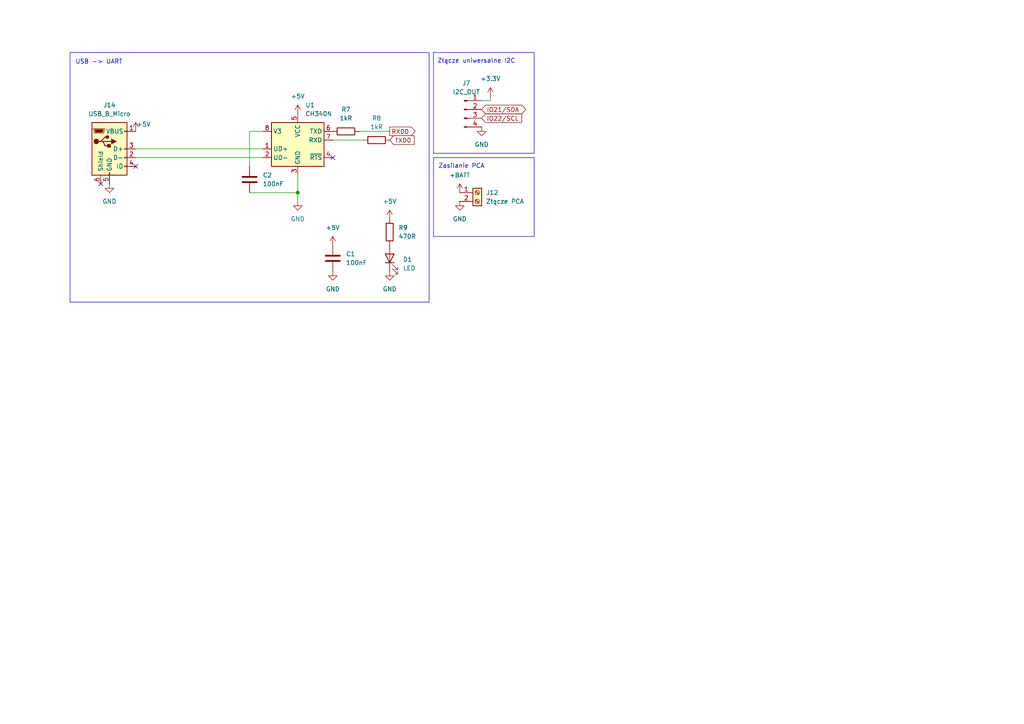
<source format=kicad_sch>
(kicad_sch (version 20231120) (generator "eeschema") (generator_version "8.0")
  (paper "A4")
  (lib_symbols
    (symbol "Connector:Conn_01x04_Pin" (pin_names (offset 1.016) hide)
      (property "Reference" "J" (at 0 5.08 0))
      (property "Value" "Conn_01x04_Pin" (at 0 -7.62 0))
      (symbol "Conn_01x04_Pin_1_1"
        (polyline (pts (xy 1.27 -5.08) (xy 0.8636 -5.08)) (stroke (width 0.1524)))
        (polyline (pts (xy 1.27 -2.54) (xy 0.8636 -2.54)) (stroke (width 0.1524)))
        (polyline (pts (xy 1.27 0) (xy 0.8636 0)) (stroke (width 0.1524)))
        (polyline (pts (xy 1.27 2.54) (xy 0.8636 2.54)) (stroke (width 0.1524)))
        (rectangle (start 0.8636 -4.953) (end 0 -5.207) (stroke (width 0.1524)) (fill (type outline)))
        (rectangle (start 0.8636 -2.413) (end 0 -2.667) (stroke (width 0.1524)) (fill (type outline)))
        (rectangle (start 0.8636 0.127) (end 0 -0.127) (stroke (width 0.1524)) (fill (type outline)))
        (rectangle (start 0.8636 2.667) (end 0 2.413) (stroke (width 0.1524)) (fill (type outline)))
        (pin passive line (at 5.08 2.54 180) (length 3.81) (name "Pin_1") (number "1"))
        (pin passive line (at 5.08 0 180) (length 3.81) (name "Pin_2") (number "2"))
        (pin passive line (at 5.08 -2.54 180) (length 3.81) (name "Pin_3") (number "3"))
        (pin passive line (at 5.08 -5.08 180) (length 3.81) (name "Pin_4") (number "4"))
      )
    )
    (symbol "Connector:Screw_Terminal_01x02" (pin_names (offset 1.016) hide)
      (property "Reference" "J" (at 0 2.54 0))
      (property "Value" "Screw_Terminal_01x02" (at 0 -5.08 0))
      (symbol "Screw_Terminal_01x02_1_1"
        (rectangle (start -1.27 1.27) (end 1.27 -3.81) (stroke (width 0.254)) (fill (type background)))
        (circle (center 0 -2.54) (radius 0.635) (stroke (width 0.1524)))
        (polyline (pts (xy -0.5334 -2.2098) (xy 0.3302 -3.048)) (stroke (width 0.1524)))
        (polyline (pts (xy -0.5334 0.3302) (xy 0.3302 -0.508)) (stroke (width 0.1524)))
        (polyline (pts (xy -0.3556 -2.032) (xy 0.508 -2.8702)) (stroke (width 0.1524)))
        (polyline (pts (xy -0.3556 0.508) (xy 0.508 -0.3302)) (stroke (width 0.1524)))
        (circle (center 0 0) (radius 0.635) (stroke (width 0.1524)))
        (pin passive line (at -5.08 0 0) (length 3.81) (name "Pin_1") (number "1"))
        (pin passive line (at -5.08 -2.54 0) (length 3.81) (name "Pin_2") (number "2"))
      )
    )
    (symbol "Connector:USB_B_Micro" (pin_names (offset 1.016))
      (property "Reference" "J" (at -5.08 11.43 0))
      (property "Value" "USB_B_Micro" (at -5.08 8.89 0))
      (symbol "USB_B_Micro_0_1"
        (rectangle (start -5.08 -7.62) (end 5.08 7.62) (stroke (width 0.254)) (fill (type background)))
        (circle (center -3.81 2.159) (radius 0.635) (stroke (width 0.254)) (fill (type outline)))
        (circle (center -0.635 3.429) (radius 0.381) (stroke (width 0.254)) (fill (type outline)))
        (rectangle (start -0.127 -7.62) (end 0.127 -6.858))
        (polyline (pts (xy -1.905 2.159) (xy 0.635 2.159)) (stroke (width 0.254)))
        (polyline (pts (xy -3.175 2.159) (xy -2.54 2.159) (xy -1.27 3.429) (xy -0.635 3.429)) (stroke (width 0.254)))
        (polyline (pts (xy -2.54 2.159) (xy -1.905 2.159) (xy -1.27 0.889) (xy 0 0.889)) (stroke (width 0.254)))
        (polyline (pts (xy 0.635 2.794) (xy 0.635 1.524) (xy 1.905 2.159) (xy 0.635 2.794)) (stroke (width 0.254)) (fill (type outline)))
        (polyline (pts (xy -4.318 5.588) (xy -1.778 5.588) (xy -2.032 4.826) (xy -4.064 4.826) (xy -4.318 5.588)) (fill (type outline)))
        (polyline (pts (xy -4.699 5.842) (xy -4.699 5.588) (xy -4.445 4.826) (xy -4.445 4.572) (xy -1.651 4.572) (xy -1.651 4.826) (xy -1.397 5.588) (xy -1.397 5.842) (xy -4.699 5.842)))
        (rectangle (start 0.254 1.27) (end -0.508 0.508) (stroke (width 0.254)) (fill (type outline)))
        (rectangle (start 5.08 -5.207) (end 4.318 -4.953))
        (rectangle (start 5.08 -2.667) (end 4.318 -2.413))
        (rectangle (start 5.08 -0.127) (end 4.318 0.127))
        (rectangle (start 5.08 4.953) (end 4.318 5.207))
      )
      (symbol "USB_B_Micro_1_1"
        (pin power_out line (at 7.62 5.08 180) (length 2.54) (name "VBUS") (number "1"))
        (pin bidirectional line (at 7.62 -2.54 180) (length 2.54) (name "D-") (number "2"))
        (pin bidirectional line (at 7.62 0 180) (length 2.54) (name "D+") (number "3"))
        (pin passive line (at 7.62 -5.08 180) (length 2.54) (name "ID") (number "4"))
        (pin power_out line (at 0 -10.16 90) (length 2.54) (name "GND") (number "5"))
        (pin passive line (at -2.54 -10.16 90) (length 2.54) (name "Shield") (number "6"))
      )
    )
    (symbol "Device:C" (pin_numbers hide) (pin_names (offset 0.254))
      (property "Reference" "C" (at 0.635 2.54 0))
      (property "Value" "C" (at 0.635 -2.54 0))
      (symbol "C_0_1"
        (polyline (pts (xy -2.032 -0.762) (xy 2.032 -0.762)) (stroke (width 0.508)))
        (polyline (pts (xy -2.032 0.762) (xy 2.032 0.762)) (stroke (width 0.508)))
      )
      (symbol "C_1_1"
        (pin passive line (at 0 3.81 270) (length 2.794) (name "~") (number "1"))
        (pin passive line (at 0 -3.81 90) (length 2.794) (name "~") (number "2"))
      )
    )
    (symbol "Device:LED" (pin_numbers hide) (pin_names (offset 1.016) hide)
      (property "Reference" "D" (at 0 2.54 0))
      (property "Value" "LED" (at 0 -2.54 0))
      (symbol "LED_0_1"
        (polyline (pts (xy -1.27 -1.27) (xy -1.27 1.27)) (stroke (width 0.254)))
        (polyline (pts (xy -1.27 0) (xy 1.27 0)))
        (polyline (pts (xy 1.27 -1.27) (xy 1.27 1.27) (xy -1.27 0) (xy 1.27 -1.27)) (stroke (width 0.254)))
        (polyline (pts (xy -3.048 -0.762) (xy -4.572 -2.286) (xy -3.81 -2.286) (xy -4.572 -2.286) (xy -4.572 -1.524)))
        (polyline (pts (xy -1.778 -0.762) (xy -3.302 -2.286) (xy -2.54 -2.286) (xy -3.302 -2.286) (xy -3.302 -1.524)))
      )
      (symbol "LED_1_1"
        (pin passive line (at -3.81 0 0) (length 2.54) (name "K") (number "1"))
        (pin passive line (at 3.81 0 180) (length 2.54) (name "A") (number "2"))
      )
    )
    (symbol "Device:R" (pin_numbers hide) (pin_names (offset 0))
      (property "Reference" "R" (at 2.032 0 90))
      (property "Value" "R" (at 0 0 90))
      (symbol "R_0_1"
        (rectangle (start -1.016 -2.54) (end 1.016 2.54) (stroke (width 0.254)))
      )
      (symbol "R_1_1"
        (pin passive line (at 0 3.81 270) (length 1.27) (name "~") (number "1"))
        (pin passive line (at 0 -3.81 90) (length 1.27) (name "~") (number "2"))
      )
    )
    (symbol "Interface_USB:CH340N"
      (property "Reference" "U" (at -7.62 6.35 0))
      (property "Value" "CH340N" (at 7.62 6.35 0))
      (symbol "CH340N_0_1"
        (rectangle (start -7.62 5.08) (end 7.62 -7.62) (stroke (width 0.254)) (fill (type background)))
      )
      (symbol "CH340N_1_1"
        (pin bidirectional line (at -10.16 -2.54 0) (length 2.54) (name "UD+") (number "1"))
        (pin bidirectional line (at -10.16 -5.08 0) (length 2.54) (name "UD-") (number "2"))
        (pin power_in line (at 0 -10.16 90) (length 2.54) (name "GND") (number "3"))
        (pin output line (at 10.16 -5.08 180) (length 2.54) (name "~{RTS}") (number "4"))
        (pin power_in line (at 0 7.62 270) (length 2.54) (name "VCC") (number "5"))
        (pin output line (at 10.16 2.54 180) (length 2.54) (name "TXD") (number "6"))
        (pin input line (at 10.16 0 180) (length 2.54) (name "RXD") (number "7"))
        (pin passive line (at -10.16 2.54 0) (length 2.54) (name "V3") (number "8"))
      )
    )
    (symbol "power:+3.3V" (power) (pin_numbers hide) (pin_names (offset 0) hide)
      (property "Value" "+3.3V" (at 0 3.556 0))
      (symbol "+3.3V_0_1"
        (polyline (pts (xy -0.762 1.27) (xy 0 2.54)))
        (polyline (pts (xy 0 0) (xy 0 2.54)))
        (polyline (pts (xy 0 2.54) (xy 0.762 1.27)))
      )
      (symbol "+3.3V_1_1"
        (pin power_in line (at 0 0 90) (length 0) (name "~") (number "1"))
      )
    )
    (symbol "power:+5V" (power) (pin_numbers hide) (pin_names (offset 0) hide)
      (property "Value" "+5V" (at 0 3.556 0))
      (symbol "+5V_0_1"
        (polyline (pts (xy -0.762 1.27) (xy 0 2.54)))
        (polyline (pts (xy 0 0) (xy 0 2.54)))
        (polyline (pts (xy 0 2.54) (xy 0.762 1.27)))
      )
      (symbol "+5V_1_1"
        (pin power_in line (at 0 0 90) (length 0) (name "~") (number "1"))
      )
    )
    (symbol "power:+BATT" (power) (pin_numbers hide) (pin_names (offset 0) hide)
      (property "Value" "+BATT" (at 0 3.556 0))
      (symbol "+BATT_0_1"
        (polyline (pts (xy -0.762 1.27) (xy 0 2.54)))
        (polyline (pts (xy 0 0) (xy 0 2.54)))
        (polyline (pts (xy 0 2.54) (xy 0.762 1.27)))
      )
      (symbol "+BATT_1_1"
        (pin power_in line (at 0 0 90) (length 0) (name "~") (number "1"))
      )
    )
    (symbol "power:GND" (power) (pin_numbers hide) (pin_names (offset 0) hide)
      (property "Value" "GND" (at 0 -3.81 0))
      (symbol "GND_0_1"
        (polyline (pts (xy 0 0) (xy 0 -1.27) (xy 1.27 -1.27) (xy 0 -2.54) (xy -1.27 -1.27) (xy 0 -1.27)))
      )
      (symbol "GND_1_1"
        (pin power_in line (at 0 0 270) (length 0) (name "~") (number "1"))
      )
    )
  )
  (junction (at 86.36 55.88))
  (no_connect (at 96.52 45.72))
  (no_connect (at 39.37 48.26))
  (no_connect (at 29.21 53.34))
  (wire (pts (xy 86.36 58.42) (xy 86.36 55.88)))
  (wire (pts (xy 104.14 38.1) (xy 113.03 38.1)))
  (wire (pts (xy 72.39 38.1) (xy 72.39 48.26)))
  (wire (pts (xy 39.37 43.18) (xy 76.2 43.18)))
  (wire (pts (xy 139.7 29.21) (xy 142.24 29.21)))
  (wire (pts (xy 72.39 55.88) (xy 86.36 55.88)))
  (wire (pts (xy 86.36 55.88) (xy 86.36 50.8)))
  (wire (pts (xy 39.37 45.72) (xy 76.2 45.72)))
  (wire (pts (xy 96.52 40.64) (xy 105.41 40.64)))
  (wire (pts (xy 142.24 29.21) (xy 142.24 27.94)))
  (wire (pts (xy 76.2 38.1) (xy 72.39 38.1)))
  (rectangle (start 125.73 45.72) (end 154.94 68.58))
  (rectangle (start 20.32 15.24) (end 124.46 87.63))
  (rectangle (start 125.73 15.24) (end 154.94 44.45))
  (text "Zasilanie PCA" (at 133.858 48.26 0) (effects (font (size 1.27 1.27))))
  (text "USB -> UART" (at 28.702 18.034 0) (effects (font (size 1.27 1.27))))
  (text "Złącze uniwersalne I2C" (at 138.176 17.78 0) (effects (font (size 1.27 1.27))))
  (global_label "IO21{slash}SDA" (shape bidirectional) (at 139.7 31.75 0) (property "Intersheetrefs" "${INTERSHEET_REFS}" (effects (hide yes))))
  (global_label "TXD0" (shape input) (at 113.03 40.64 0) (property "Intersheetrefs" "${INTERSHEET_REFS}" (effects (hide yes))))
  (global_label "RXD0" (shape output) (at 113.03 38.1 0) (property "Intersheetrefs" "${INTERSHEET_REFS}" (effects (hide yes))))
  (global_label "IO22{slash}SCL" (shape input) (at 139.7 34.29 0) (property "Intersheetrefs" "${INTERSHEET_REFS}" (effects (hide yes))))
  (symbol (lib_id "Device:C") (at 72.39 52.07 0) (unit 1)
    (property "Reference" "C2" (at 76.2 50.7999 0) (effects (justify left)))
    (property "Value" "100nF" (at 76.2 53.3399 0) (effects (justify left)))
    (property "Footprint" "Capacitor_SMD:C_0402_1005Metric_Pad0.74x0.62mm_HandSolder" (effects (hide yes)))
    (property "Description" "Unpolarized capacitor" (effects (hide yes)))
  )
  (symbol (lib_id "power:+5V") (at 39.37 38.1 0) (unit 1)
    (property "Reference" "#PWR014" (effects (hide yes)))
    (property "Value" "+5V" (at 41.656 36.068 0))
    (property "Description" "Power symbol creates a global label with name \"+5V\"" (effects (hide yes)))
  )
  (symbol (lib_id "power:GND") (at 86.36 58.42 0) (unit 1)
    (property "Reference" "#PWR013" (effects (hide yes)))
    (property "Value" "GND" (at 86.36 63.5 0))
    (property "Description" "Power symbol creates a global label with name \"GND\" , ground" (effects (hide yes)))
  )
  (symbol (lib_id "Device:C") (at 96.52 74.93 0) (unit 1)
    (property "Reference" "C1" (at 100.33 73.6599 0) (effects (justify left)))
    (property "Value" "100nF" (at 100.33 76.1999 0) (effects (justify left)))
    (property "Footprint" "Capacitor_SMD:C_0402_1005Metric_Pad0.74x0.62mm_HandSolder" (effects (hide yes)))
    (property "Description" "Unpolarized capacitor" (effects (hide yes)))
  )
  (symbol (lib_id "Device:LED") (at 113.03 74.93 90) (unit 1)
    (property "Reference" "D1" (at 116.84 75.2474 90) (effects (justify right)))
    (property "Value" "LED" (at 116.84 77.7874 90) (effects (justify right)))
    (property "Footprint" "LED_SMD:LED_0402_1005Metric" (effects (hide yes)))
    (property "Description" "Light emitting diode" (effects (hide yes)))
  )
  (symbol (lib_id "power:GND") (at 96.52 78.74 0) (unit 1)
    (property "Reference" "#PWR011" (effects (hide yes)))
    (property "Value" "GND" (at 96.52 83.82 0))
    (property "Description" "Power symbol creates a global label with name \"GND\" , ground" (effects (hide yes)))
  )
  (symbol (lib_id "power:GND") (at 133.35 58.42 0) (unit 1)
    (property "Reference" "#PWR038" (effects (hide yes)))
    (property "Value" "GND" (at 133.35 63.5 0))
    (property "Description" "Power symbol creates a global label with name \"GND\" , ground" (effects (hide yes)))
  )
  (symbol (lib_id "power:GND") (at 139.7 36.83 0) (unit 1)
    (property "Reference" "#PWR031" (effects (hide yes)))
    (property "Value" "GND" (at 139.7 41.91 0))
    (property "Description" "Power symbol creates a global label with name \"GND\" , ground" (effects (hide yes)))
  )
  (symbol (lib_id "Device:R") (at 113.03 67.31 180) (unit 1)
    (property "Reference" "R9" (at 115.57 66.0399 0) (effects (justify right)))
    (property "Value" "470R" (at 115.57 68.5799 0) (effects (justify right)))
    (property "Footprint" "Resistor_SMD:R_0402_1005Metric_Pad0.72x0.64mm_HandSolder" (effects (hide yes)))
    (property "Description" "Resistor" (effects (hide yes)))
  )
  (symbol (lib_id "power:+5V") (at 86.36 33.02 0) (unit 1)
    (property "Reference" "#PWR016" (effects (hide yes)))
    (property "Value" "+5V" (at 86.36 27.94 0))
    (property "Description" "Power symbol creates a global label with name \"+5V\"" (effects (hide yes)))
  )
  (symbol (lib_id "Device:R") (at 100.33 38.1 90) (unit 1)
    (property "Reference" "R7" (at 100.33 31.75 90))
    (property "Value" "1kR" (at 100.33 34.29 90))
    (property "Footprint" "Resistor_SMD:R_0402_1005Metric_Pad0.72x0.64mm_HandSolder" (effects (hide yes)))
    (property "Description" "Resistor" (effects (hide yes)))
  )
  (symbol (lib_id "power:+5V") (at 96.52 71.12 0) (unit 1)
    (property "Reference" "#PWR019" (effects (hide yes)))
    (property "Value" "+5V" (at 96.52 66.04 0))
    (property "Description" "Power symbol creates a global label with name \"+5V\"" (effects (hide yes)))
  )
  (symbol (lib_id "power:GND") (at 113.03 78.74 0) (unit 1)
    (property "Reference" "#PWR018" (effects (hide yes)))
    (property "Value" "GND" (at 113.03 83.82 0))
    (property "Description" "Power symbol creates a global label with name \"GND\" , ground" (effects (hide yes)))
  )
  (symbol (lib_id "power:+3.3V") (at 142.24 27.94 0) (unit 1)
    (property "Reference" "#PWR030" (effects (hide yes)))
    (property "Value" "+3.3V" (at 142.24 22.86 0))
    (property "Description" "Power symbol creates a global label with name \"+3.3V\"" (effects (hide yes)))
  )
  (symbol (lib_id "Connector:Conn_01x04_Pin") (at 134.62 31.75 0) (unit 1)
    (property "Reference" "J7" (at 135.255 24.13 0))
    (property "Value" "I2C_OUT" (at 135.255 26.67 0))
    (property "Footprint" "Connector_JST:JST_EH_B4B-EH-A_1x04_P2.50mm_Vertical" (effects (hide yes)))
    (property "Description" "Generic connector, single row, 01x04, script generated" (effects (hide yes)))
  )
  (symbol (lib_id "power:+BATT") (at 133.35 55.88 0) (unit 1)
    (property "Reference" "#PWR039" (effects (hide yes)))
    (property "Value" "+BATT" (at 133.35 50.8 0))
    (property "Description" "Power symbol creates a global label with name \"+BATT\"" (effects (hide yes)))
  )
  (symbol (lib_id "Connector:USB_B_Micro") (at 31.75 43.18 0) (unit 1)
    (property "Reference" "J14" (at 31.75 30.48 0))
    (property "Value" "USB_B_Micro" (at 31.75 33.02 0))
    (property "Footprint" "Connector_USB:USB_Micro-B_Amphenol_10118194_Horizontal" (effects (hide yes)))
    (property "Datasheet" "https://www.tme.eu/pl/details/10118194-0001lf_c/zlacza-usb-i-ieee1394/amphenol-communications-solutions/10118194-0001lf/" (effects (hide yes)))
    (property "Description" "USB Micro Type B connector" (effects (hide yes)))
  )
  (symbol (lib_id "power:+5V") (at 113.03 63.5 0) (unit 1)
    (property "Reference" "#PWR017" (effects (hide yes)))
    (property "Value" "+5V" (at 113.03 58.42 0))
    (property "Description" "Power symbol creates a global label with name \"+5V\"" (effects (hide yes)))
  )
  (symbol (lib_id "power:GND") (at 31.75 53.34 0) (unit 1)
    (property "Reference" "#PWR015" (effects (hide yes)))
    (property "Value" "GND" (at 31.75 58.42 0))
    (property "Description" "Power symbol creates a global label with name \"GND\" , ground" (effects (hide yes)))
  )
  (symbol (lib_id "Connector:Screw_Terminal_01x02") (at 138.43 55.88 0) (unit 1)
    (property "Reference" "J12" (at 140.97 55.8799 0) (effects (justify left)))
    (property "Value" "Złącze PCA" (at 140.97 58.4199 0) (effects (justify left)))
    (property "Footprint" "User_defined_footprints:ARK 01x02 5mm" (effects (hide yes)))
    (property "Description" "Generic screw terminal, single row, 01x02, script generated (kicad-library-utils/schlib/autogen/connector/)" (effects (hide yes)))
  )
  (symbol (lib_id "Interface_USB:CH340N") (at 86.36 40.64 0) (unit 1)
    (property "Reference" "U1" (at 88.5541 30.48 0) (effects (justify left)))
    (property "Value" "CH340N" (at 88.5541 33.02 0) (effects (justify left)))
    (property "Footprint" "Package_SO:SOP-8_3.9x4.9mm_P1.27mm" (effects (hide yes)))
    (property "Datasheet" "https://aitendo3.sakura.ne.jp/aitendo_data/product_img/ic/inteface/CH340N/ch340n.pdf" (effects (hide yes)))
    (property "Description" "USB serial converter, 2Mbps, UART, SOP-8" (effects (hide yes)))
  )
  (symbol (lib_id "Device:R") (at 109.22 40.64 90) (unit 1)
    (property "Reference" "R8" (at 109.22 34.29 90))
    (property "Value" "1kR" (at 109.22 36.83 90))
    (property "Footprint" "Resistor_SMD:R_0402_1005Metric_Pad0.72x0.64mm_HandSolder" (effects (hide yes)))
    (property "Description" "Resistor" (effects (hide yes)))
  )
)
</source>
